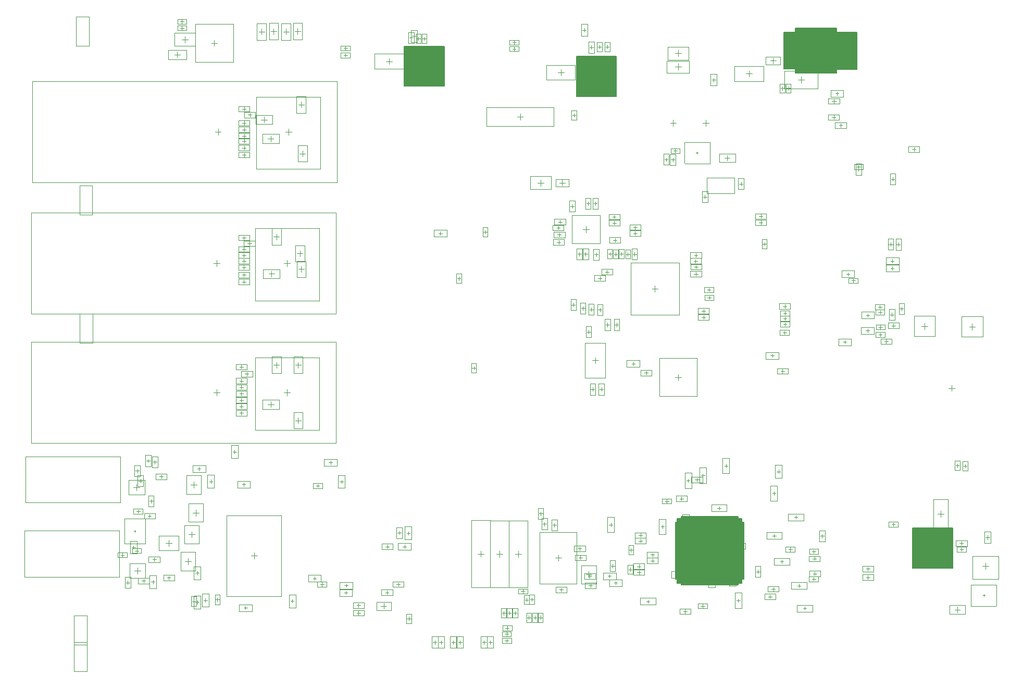
<source format=gbr>
G04*
G04 #@! TF.GenerationSoftware,Altium Limited,Altium Designer,23.7.1 (13)*
G04*
G04 Layer_Color=32768*
%FSLAX25Y25*%
%MOIN*%
G70*
G04*
G04 #@! TF.SameCoordinates,27D51526-8311-448D-B6E4-34D2AC34C314*
G04*
G04*
G04 #@! TF.FilePolarity,Positive*
G04*
G01*
G75*
%ADD12C,0.00400*%
%ADD15C,0.00600*%
%ADD16C,0.00394*%
%ADD355C,0.00197*%
G36*
X364051Y-342792D02*
X361587D01*
Y-340328D01*
X360387D01*
Y-303855D01*
X361587D01*
Y-301392D01*
X364051D01*
Y-300192D01*
X400524D01*
Y-301392D01*
X402987D01*
Y-303855D01*
X404187D01*
Y-340328D01*
X402987D01*
Y-342792D01*
X400524D01*
Y-343992D01*
X364051D01*
Y-342792D01*
D02*
G37*
G36*
X537816Y-328450D02*
Y-333301D01*
X532965D01*
D01*
X517067D01*
D01*
X512216D01*
Y-328450D01*
D01*
Y-312552D01*
D01*
Y-307701D01*
X517067D01*
D01*
X532965D01*
D01*
X537816D01*
Y-312552D01*
D01*
Y-328450D01*
D01*
D02*
G37*
G36*
X207693Y582D02*
X212544D01*
Y-4269D01*
D01*
Y-20167D01*
D01*
Y-25018D01*
X207693D01*
D01*
X191795D01*
D01*
X186944D01*
Y-20167D01*
D01*
Y-4269D01*
D01*
Y582D01*
X191795D01*
D01*
X207693D01*
D01*
D02*
G37*
G36*
X317801Y-5847D02*
X322652D01*
Y-10697D01*
D01*
Y-26596D01*
D01*
Y-31447D01*
X317801D01*
D01*
X301903D01*
D01*
X297052D01*
Y-26596D01*
D01*
Y-10697D01*
D01*
Y-5847D01*
X301903D01*
D01*
X317801D01*
D01*
D02*
G37*
G36*
X463530Y-16438D02*
X437130D01*
Y-13988D01*
X430030D01*
Y9512D01*
X437130D01*
Y11962D01*
X463530D01*
Y9612D01*
X476530D01*
Y-14088D01*
X463530D01*
Y-16438D01*
D02*
G37*
D12*
X549664Y-357475D02*
X565664D01*
X549762Y-343930D02*
X565904D01*
X366382Y-74398D02*
X382382D01*
X366142Y-60852D02*
X382283D01*
X154112Y-363649D02*
Y-360106D01*
X161198Y-363649D02*
Y-360106D01*
X154112D02*
X161198D01*
X154112Y-363649D02*
X161198D01*
X156474Y-361877D02*
X158836D01*
X157655Y-363059D02*
Y-360696D01*
X21283Y-317628D02*
Y-301628D01*
X7738Y-317530D02*
Y-301388D01*
X427704Y-11226D02*
Y-6108D01*
X418255Y-11226D02*
Y-6108D01*
Y-11226D02*
X427704D01*
X418255Y-6108D02*
X427704D01*
X421110Y-8667D02*
X424850D01*
X422980Y-10537D02*
Y-6797D01*
X362078Y-14629D02*
Y-10692D01*
X360109Y-12661D02*
X364047D01*
X354991Y-16598D02*
X369165D01*
X354991Y-8724D02*
X369165D01*
X354991Y-16598D02*
Y-8724D01*
X369165Y-16598D02*
Y-8724D01*
X178515Y-360058D02*
Y-354940D01*
X169067Y-360058D02*
Y-354940D01*
Y-360058D02*
X178515D01*
X169067Y-354940D02*
X178515D01*
X171921Y-357499D02*
X175661D01*
X173791Y-359369D02*
Y-355629D01*
X240760Y-380600D02*
X243122D01*
X241941Y-381781D02*
Y-379419D01*
X239972Y-384340D02*
Y-376860D01*
X243910Y-384340D02*
Y-376860D01*
X239972D02*
X243910D01*
X239972Y-384340D02*
X243910D01*
X236760Y-380600D02*
X239122D01*
X237941Y-381781D02*
Y-379419D01*
X235972Y-384340D02*
Y-376860D01*
X239910Y-384340D02*
Y-376860D01*
X235972D02*
X239910D01*
X235972Y-384340D02*
X239910D01*
X221460Y-380600D02*
X223822D01*
X222641Y-381781D02*
Y-379419D01*
X220672Y-384340D02*
Y-376860D01*
X224609Y-384340D02*
Y-376860D01*
X220672D02*
X224609D01*
X220672Y-384340D02*
X224609D01*
X216372D02*
X220309D01*
X216372Y-376860D02*
X220309D01*
Y-384340D02*
Y-376860D01*
X216372Y-384340D02*
Y-376860D01*
X218341Y-381781D02*
Y-379419D01*
X217160Y-380600D02*
X219522D01*
X209260D02*
X211622D01*
X210441Y-381781D02*
Y-379419D01*
X208472Y-384340D02*
Y-376860D01*
X212409Y-384340D02*
Y-376860D01*
X208472D02*
X212409D01*
X208472Y-384340D02*
X212409D01*
X204472D02*
X208410D01*
X204472Y-376860D02*
X208410D01*
Y-384340D02*
Y-376860D01*
X204472Y-384340D02*
Y-376860D01*
X206441Y-381781D02*
Y-379419D01*
X205260Y-380600D02*
X207622D01*
X154112Y-358769D02*
Y-355226D01*
X161198Y-358769D02*
Y-355226D01*
X154112D02*
X161198D01*
X154112Y-358769D02*
X161198D01*
X156474Y-356998D02*
X158836D01*
X157655Y-358179D02*
Y-355817D01*
D15*
X361587Y-342792D02*
X364051D01*
Y-343992D02*
Y-342792D01*
Y-343992D02*
X400524D01*
Y-342792D01*
X402987D01*
Y-340328D01*
X404187D01*
Y-303855D01*
X402987D02*
X404187D01*
X402987D02*
Y-301392D01*
X400524D02*
X402987D01*
X400524D02*
Y-300192D01*
X364051D02*
X400524D01*
X364051Y-301392D02*
Y-300192D01*
X361587Y-301392D02*
X364051D01*
X361587Y-303855D02*
Y-301392D01*
X360387Y-303855D02*
X361587D01*
X360387Y-340328D02*
Y-303855D01*
Y-340328D02*
X361587D01*
Y-342792D02*
Y-340328D01*
X537816Y-333301D02*
Y-328450D01*
Y-312552D01*
Y-307701D01*
X532965D02*
X537816D01*
X517067D02*
X532965D01*
X512216D02*
X517067D01*
X512216Y-312552D02*
Y-307701D01*
Y-328450D02*
Y-312552D01*
Y-333301D02*
Y-328450D01*
Y-333301D02*
X517067D01*
X532965D01*
X537816D01*
X322652Y-10697D02*
Y-5847D01*
Y-26596D02*
Y-10697D01*
Y-31447D02*
Y-26596D01*
X317801Y-31447D02*
X322652D01*
X301903D02*
X317801D01*
X297052D02*
X301903D01*
X297052D02*
Y-26596D01*
Y-10697D01*
Y-5847D01*
X301903D01*
X317801D01*
X322652D01*
X437130Y-16438D02*
X463530D01*
X437130D02*
Y-13988D01*
X430030D02*
X437130D01*
X430030D02*
Y9512D01*
X437130D01*
Y11962D01*
X463530D01*
Y9612D02*
Y11962D01*
Y9612D02*
X476530D01*
Y-14088D02*
Y9612D01*
X463530Y-14088D02*
X476530D01*
X463530Y-16438D02*
Y-14088D01*
X212544Y-4269D02*
Y582D01*
Y-20167D02*
Y-4269D01*
Y-25018D02*
Y-20167D01*
X207693Y-25018D02*
X212544D01*
X191795D02*
X207693D01*
X186944D02*
X191795D01*
X186944D02*
Y-20167D01*
Y-4269D01*
Y582D01*
X191795D01*
X207693D01*
X212544D01*
D16*
X374198Y-277868D02*
Y-275506D01*
X373016Y-276687D02*
X375379D01*
X209986Y-120215D02*
Y-118050D01*
X208903Y-119133D02*
X211069D01*
X425310Y-271437D02*
X427475D01*
X426392Y-272520D02*
Y-270355D01*
X401612Y-320295D02*
Y-317933D01*
X400431Y-319114D02*
X402793D01*
X422455Y-198309D02*
Y-196144D01*
X421373Y-197226D02*
X423538D01*
X251347Y-379480D02*
X253512D01*
X252429Y-380562D02*
Y-378397D01*
X274048Y-365847D02*
Y-363682D01*
X272965Y-364765D02*
X275131D01*
X257923Y-363001D02*
Y-360836D01*
X256840Y-361919D02*
X259006D01*
X268610Y-354373D02*
Y-352208D01*
X267527Y-353291D02*
X269693D01*
X251306Y-375323D02*
X253471D01*
X252389Y-376406D02*
Y-374240D01*
X270478Y-365847D02*
Y-363682D01*
X269396Y-364765D02*
X271561D01*
X254258Y-362993D02*
Y-360828D01*
X253176Y-361910D02*
X255341D01*
X265245Y-354472D02*
Y-352306D01*
X264163Y-353389D02*
X266328D01*
X262817Y-349201D02*
Y-346839D01*
X261636Y-348020D02*
X263998D01*
X265479Y-364765D02*
X267841D01*
X266660Y-365946D02*
Y-363584D01*
X252782Y-372697D02*
Y-370335D01*
X251601Y-371516D02*
X253963D01*
X249409Y-361910D02*
X251772D01*
X250590Y-363091D02*
Y-360729D01*
X412055Y-335419D02*
X414417D01*
X413236Y-336600D02*
Y-334238D01*
X306064Y-345480D02*
Y-343118D01*
X304883Y-344299D02*
X307245D01*
X305670Y-339553D02*
Y-337191D01*
X304489Y-338372D02*
X306851D01*
X287292Y-348217D02*
Y-345855D01*
X286111Y-347036D02*
X288473D01*
X275441Y-304921D02*
X277803D01*
X276622Y-306102D02*
Y-303740D01*
X281819Y-305654D02*
X284181D01*
X283000Y-306835D02*
Y-304472D01*
X283531Y-326698D02*
X287469D01*
X285500Y-328667D02*
Y-324730D01*
X376683Y-357390D02*
X379046D01*
X377865Y-358571D02*
Y-356209D01*
X380999Y-160236D02*
X383164D01*
X382081Y-161319D02*
Y-159153D01*
X380795Y-155207D02*
X382961D01*
X381878Y-156290D02*
Y-154124D01*
X433985Y-322408D02*
Y-320046D01*
X432804Y-321227D02*
X435166D01*
X330844Y-321603D02*
X333206D01*
X332025Y-322784D02*
Y-320422D01*
X428543Y-330066D02*
Y-327901D01*
X427461Y-328983D02*
X429626D01*
X423622Y-331149D02*
X433465D01*
X423622Y-326818D02*
X433465D01*
X423622Y-331149D02*
Y-326818D01*
X433465Y-331149D02*
Y-326818D01*
X439575Y-345499D02*
Y-343334D01*
X438493Y-344417D02*
X440658D01*
X434654Y-346582D02*
X444497D01*
X434654Y-342251D02*
X444497D01*
X434654Y-346582D02*
Y-342251D01*
X444497Y-346582D02*
Y-342251D01*
X443138Y-360009D02*
Y-357843D01*
X442055Y-358926D02*
X444221D01*
X438217Y-361091D02*
X448059D01*
X438217Y-356761D02*
X448059D01*
X438217Y-361091D02*
Y-356761D01*
X448059Y-361091D02*
Y-356761D01*
X399625Y-353904D02*
X401790D01*
X400707Y-354987D02*
Y-352821D01*
X402873Y-358825D02*
Y-348983D01*
X398542Y-358825D02*
Y-348983D01*
Y-358825D02*
X402873D01*
X398542Y-348983D02*
X402873D01*
X437568Y-301678D02*
Y-299513D01*
X436486Y-300596D02*
X438651D01*
X432647Y-302761D02*
X442490D01*
X432647Y-298430D02*
X442490D01*
X432647Y-302761D02*
Y-298430D01*
X442490Y-302761D02*
Y-298430D01*
X423703Y-313575D02*
Y-311409D01*
X422620Y-312492D02*
X424786D01*
X418782Y-314657D02*
X428624D01*
X418782Y-310327D02*
X428624D01*
X418782Y-314657D02*
Y-310327D01*
X428624Y-314657D02*
Y-310327D01*
X391724Y-267796D02*
X393889D01*
X392807Y-268879D02*
Y-266714D01*
X394972Y-272717D02*
Y-262875D01*
X390641Y-272717D02*
Y-262875D01*
Y-272717D02*
X394972D01*
X390641Y-262875D02*
X394972D01*
X422455Y-285358D02*
X424620D01*
X423538Y-286441D02*
Y-284275D01*
X425703Y-290279D02*
Y-280437D01*
X421373Y-290279D02*
Y-280437D01*
Y-290279D02*
X425703D01*
X421373Y-280437D02*
X425703D01*
X388409Y-295893D02*
Y-293728D01*
X387326Y-294810D02*
X389492D01*
X383488Y-296976D02*
X393330D01*
X383488Y-292645D02*
X393330D01*
X383488Y-296976D02*
Y-292645D01*
X393330Y-296976D02*
Y-292645D01*
X382738Y-340780D02*
X384904D01*
X383821Y-341863D02*
Y-339697D01*
X385986Y-345701D02*
Y-335859D01*
X381656Y-345701D02*
Y-335859D01*
Y-345701D02*
X385986D01*
X381656Y-335859D02*
X385986D01*
X376910Y-273845D02*
X379076D01*
X377993Y-274928D02*
Y-272762D01*
X380158Y-278766D02*
Y-268924D01*
X375828Y-278766D02*
Y-268924D01*
Y-278766D02*
X380158D01*
X375828Y-268924D02*
X380158D01*
X396049Y-339792D02*
X398214D01*
X397131Y-340875D02*
Y-338709D01*
X399297Y-344713D02*
Y-334871D01*
X394966Y-344713D02*
Y-334871D01*
Y-344713D02*
X399297D01*
X394966Y-334871D02*
X399297D01*
X366086Y-303888D02*
X368251D01*
X367169Y-304971D02*
Y-302805D01*
X365003Y-308809D02*
Y-298967D01*
X369334Y-308809D02*
Y-298967D01*
X365003D02*
X369334D01*
X365003Y-308809D02*
X369334D01*
X351086Y-306687D02*
X353252D01*
X352169Y-307770D02*
Y-305604D01*
X350004Y-311608D02*
Y-301766D01*
X354334Y-311608D02*
Y-301766D01*
X350004D02*
X354334D01*
X350004Y-311608D02*
X354334D01*
X342912Y-355554D02*
Y-353389D01*
X341829Y-354472D02*
X343995D01*
X337991Y-352306D02*
X347833D01*
X337991Y-356637D02*
X347833D01*
Y-352306D01*
X337991Y-356637D02*
Y-352306D01*
X367464Y-277274D02*
X369630D01*
X368547Y-278357D02*
Y-276192D01*
X370712Y-282195D02*
Y-272353D01*
X366382Y-282195D02*
Y-272353D01*
Y-282195D02*
X370712D01*
X366382Y-272353D02*
X370712D01*
X362952Y-338442D02*
Y-336277D01*
X361869Y-337359D02*
X364035D01*
X358031Y-335194D02*
X367873D01*
X358031Y-339525D02*
X367873D01*
Y-335194D01*
X358031Y-339525D02*
Y-335194D01*
X417381Y-127050D02*
Y-124885D01*
X416298Y-125968D02*
X418463D01*
X221826Y-149055D02*
Y-146889D01*
X220744Y-147972D02*
X222909D01*
X231455Y-206225D02*
Y-204060D01*
X230373Y-205143D02*
X232538D01*
X238720Y-119329D02*
Y-117163D01*
X237637Y-118246D02*
X239802D01*
X413981Y-108174D02*
X416343D01*
X415162Y-109355D02*
Y-106993D01*
X413981Y-112211D02*
X416343D01*
X415162Y-113392D02*
Y-111030D01*
X336862Y-312194D02*
X339224D01*
X338043Y-313375D02*
Y-311013D01*
X336862Y-315808D02*
X339224D01*
X338043Y-316989D02*
Y-314627D01*
X344614Y-324716D02*
X346976D01*
X345795Y-325897D02*
Y-323535D01*
X344614Y-328483D02*
X346976D01*
X345795Y-329664D02*
Y-327302D01*
X556989Y-331901D02*
X560926D01*
X558957Y-333869D02*
Y-329932D01*
X539080Y-359773D02*
X542623D01*
X540852Y-361545D02*
Y-358002D01*
X565904Y-357315D02*
Y-343930D01*
X549664Y-357475D02*
Y-343977D01*
X557144Y-350623D02*
X558424D01*
X557833Y-351213D02*
Y-350032D01*
X454357Y-313830D02*
Y-311468D01*
X453176Y-312649D02*
X455538D01*
X482412Y-339075D02*
X484774D01*
X483593Y-340256D02*
Y-337894D01*
X482472Y-333622D02*
X484834D01*
X483653Y-334803D02*
Y-332441D01*
X448489Y-336768D02*
X450851D01*
X449670Y-337949D02*
Y-335587D01*
X448301Y-327174D02*
X450663D01*
X449482Y-328355D02*
Y-325992D01*
X321125Y-342673D02*
X323290D01*
X322207Y-343755D02*
Y-341590D01*
X316893Y-300474D02*
X321223D01*
X316893Y-310316D02*
X321223D01*
Y-300474D01*
X316893Y-310316D02*
Y-300474D01*
X319058Y-306478D02*
Y-304312D01*
X317975Y-305395D02*
X320141D01*
X320239Y-333009D02*
Y-330646D01*
X319058Y-331828D02*
X321420D01*
X317188Y-338235D02*
X319353D01*
X318270Y-339317D02*
Y-337152D01*
X274228Y-299457D02*
Y-297095D01*
X273046Y-298276D02*
X275409D01*
X298467Y-326514D02*
X300829D01*
X299648Y-327695D02*
Y-325333D01*
X297988Y-320717D02*
X300350D01*
X299169Y-321898D02*
Y-319536D01*
X363118Y-288797D02*
X365480D01*
X364299Y-289978D02*
Y-287615D01*
X365406Y-360872D02*
X367768D01*
X366587Y-362053D02*
Y-359691D01*
X353787Y-290390D02*
X356149D01*
X354968Y-291571D02*
Y-289209D01*
X421898Y-346592D02*
X424261D01*
X423079Y-347774D02*
Y-345411D01*
X419819Y-351474D02*
X422181D01*
X421000Y-352656D02*
Y-350293D01*
X305030Y-339284D02*
Y-335347D01*
X303062Y-337316D02*
X306999D01*
X331500Y-335178D02*
Y-333013D01*
X330417Y-334096D02*
X332583D01*
X335968Y-335930D02*
X338331D01*
X337150Y-337111D02*
Y-334749D01*
X335968Y-332092D02*
X338331D01*
X337150Y-333273D02*
Y-330911D01*
X189872Y-366677D02*
Y-364315D01*
X188691Y-365496D02*
X191053D01*
X14281Y-334891D02*
X18218D01*
X16250Y-336859D02*
Y-332922D01*
X22991Y-265616D02*
Y-263451D01*
X21908Y-264533D02*
X24073D01*
X27358Y-266535D02*
Y-264173D01*
X26177Y-265354D02*
X28539D01*
X16066Y-272149D02*
Y-269787D01*
X14885Y-270968D02*
X17247D01*
X16644Y-298034D02*
Y-295869D01*
X15561Y-296951D02*
X17726D01*
X354545Y-72886D02*
Y-70720D01*
X353462Y-71803D02*
X355627D01*
X358766Y-73136D02*
Y-70774D01*
X357585Y-71955D02*
X359947D01*
X360341Y-67452D02*
Y-65287D01*
X359258Y-66369D02*
X361423D01*
X366142Y-74238D02*
Y-60852D01*
X382382Y-74398D02*
Y-60900D01*
X373622Y-67545D02*
X374902D01*
X374213Y-68136D02*
Y-66955D01*
X449012Y-323659D02*
Y-321494D01*
X447929Y-322576D02*
X450094D01*
X448981Y-341346D02*
Y-339180D01*
X447898Y-340263D02*
X450064D01*
X15740Y-323176D02*
Y-321011D01*
X14657Y-322094D02*
X16823D01*
X9944Y-343663D02*
Y-341301D01*
X8762Y-342482D02*
X11125D01*
X19008Y-341301D02*
X21370D01*
X20189Y-342482D02*
Y-340120D01*
X35204Y-339335D02*
X37369D01*
X36287Y-340418D02*
Y-338253D01*
X362247Y-213073D02*
Y-209136D01*
X360279Y-211105D02*
X364216D01*
X347370Y-156537D02*
Y-152600D01*
X345401Y-154568D02*
X349338D01*
X34260Y-317191D02*
X38197D01*
X36229Y-319160D02*
Y-315223D01*
X66929Y-140266D02*
Y-136329D01*
X64961Y-138297D02*
X68898D01*
X67716Y-56132D02*
Y-52195D01*
X65748Y-54163D02*
X69685D01*
X295187Y-165986D02*
Y-163623D01*
X294006Y-164805D02*
X296368D01*
X301230Y-168151D02*
Y-165789D01*
X300049Y-166970D02*
X302411D01*
X306563Y-168938D02*
Y-166576D01*
X305382Y-167757D02*
X307744D01*
X310989Y-147748D02*
X313154D01*
X312072Y-148831D02*
Y-146665D01*
X372231Y-136806D02*
X374397D01*
X373314Y-137888D02*
Y-135723D01*
X372432Y-133099D02*
X374597D01*
X373515Y-134182D02*
Y-132017D01*
X334228Y-133591D02*
Y-131229D01*
X333047Y-132410D02*
X335409D01*
X315448Y-143744D02*
X317810D01*
X316629Y-144925D02*
Y-142562D01*
X328916Y-132410D02*
X331082D01*
X329999Y-133493D02*
Y-131327D01*
X317384Y-132283D02*
X319549D01*
X318466Y-133366D02*
Y-131201D01*
X324829Y-132252D02*
X326994D01*
X325911Y-133335D02*
Y-131170D01*
X321082Y-132410D02*
X323247D01*
X322165Y-133493D02*
Y-131327D01*
X307492Y-220038D02*
Y-217676D01*
X306311Y-218857D02*
X308673D01*
X313093Y-220038D02*
Y-217676D01*
X311912Y-218857D02*
X314274D01*
X304933Y-183272D02*
Y-180910D01*
X303752Y-182091D02*
X306114D01*
X309202Y-202350D02*
Y-198413D01*
X307234Y-200382D02*
X311171D01*
X372564Y-140494D02*
X374729D01*
X373647Y-141576D02*
Y-139411D01*
X372375Y-145076D02*
X374737D01*
X373556Y-146257D02*
Y-143895D01*
X322837Y-178729D02*
Y-176367D01*
X321656Y-177548D02*
X324019D01*
X316984Y-178730D02*
Y-176367D01*
X315803Y-177549D02*
X318165D01*
X377206Y-168763D02*
X379568D01*
X378387Y-169944D02*
Y-167582D01*
X377206Y-172725D02*
X379568D01*
X378387Y-173906D02*
Y-171544D01*
X175032Y-319438D02*
X177198D01*
X176115Y-320520D02*
Y-318355D01*
X181994Y-343526D02*
X184159D01*
X183077Y-344609D02*
Y-342443D01*
X183783Y-311680D02*
Y-309514D01*
X182700Y-310597D02*
X184865D01*
X174786Y-348725D02*
X176951D01*
X175869Y-349808D02*
Y-347642D01*
X189528Y-311909D02*
Y-309744D01*
X188445Y-310827D02*
X190610D01*
X186030Y-319438D02*
X188195D01*
X187112Y-320520D02*
Y-318355D01*
X15660Y-283465D02*
Y-279528D01*
X13691Y-281496D02*
X17628D01*
X312174Y-169126D02*
Y-166764D01*
X310993Y-167945D02*
X313355D01*
X499926Y-179247D02*
Y-176885D01*
X498745Y-178066D02*
X501107D01*
X494147Y-188218D02*
X496509D01*
X495328Y-189399D02*
Y-187037D01*
X505158Y-168532D02*
Y-166170D01*
X503977Y-167351D02*
X506339D01*
X497802Y-171076D02*
X500164D01*
X498983Y-172257D02*
Y-169895D01*
X490486Y-183950D02*
X492652D01*
X491569Y-185033D02*
Y-182867D01*
X490615Y-179079D02*
X492780D01*
X491697Y-180162D02*
Y-177997D01*
X490301Y-169626D02*
X492466D01*
X491384Y-170708D02*
Y-168543D01*
X490244Y-166173D02*
X492410D01*
X491327Y-167255D02*
Y-165090D01*
X477662Y-79366D02*
Y-77004D01*
X476480Y-78185D02*
X478843D01*
X548386Y-178810D02*
X552323D01*
X550354Y-180779D02*
Y-176842D01*
X517798Y-178499D02*
X521735D01*
X519766Y-180468D02*
Y-176531D01*
X59643Y-354903D02*
Y-352541D01*
X58461Y-353722D02*
X60824D01*
X54465Y-356198D02*
Y-353835D01*
X53284Y-355016D02*
X55646D01*
X407574Y-19000D02*
Y-15063D01*
X405606Y-17031D02*
X409543D01*
X477662Y-77595D02*
Y-75429D01*
X476579Y-76512D02*
X478744D01*
X-24472Y-399207D02*
X-16205D01*
Y-380506D01*
X-24472D02*
X-16205D01*
X-24472Y-399207D02*
Y-380506D01*
Y-382087D02*
X-16205D01*
Y-363386D01*
X-24472D02*
X-16205D01*
X-24472Y-382087D02*
Y-363386D01*
X84330Y-137938D02*
Y-135576D01*
X83149Y-136757D02*
X85511D01*
X81457Y-225723D02*
X83819D01*
X82638Y-226905D02*
Y-224542D01*
X112008Y-140266D02*
Y-136329D01*
X110039Y-138297D02*
X113976D01*
X117170Y-238728D02*
X120910D01*
X119040Y-240598D02*
Y-236858D01*
X66929Y-222968D02*
Y-219030D01*
X64961Y-220999D02*
X68898D01*
X461889Y-35783D02*
Y-33421D01*
X460708Y-34602D02*
X463070D01*
X294396Y-43623D02*
X296561D01*
X295479Y-44706D02*
Y-42540D01*
X499816Y-306369D02*
Y-304203D01*
X498733Y-305286D02*
X500898D01*
X53297Y-336337D02*
X55659D01*
X54478Y-337519D02*
Y-335156D01*
X114155Y-354281D02*
X116321D01*
X115238Y-355363D02*
Y-353198D01*
X498491Y-84442D02*
X500657D01*
X499574Y-85524D02*
Y-83359D01*
X513085Y-66466D02*
Y-64104D01*
X511904Y-65285D02*
X514266D01*
X55591Y-270768D02*
Y-268602D01*
X54508Y-269685D02*
X56674D01*
X77242Y-258782D02*
X79407D01*
X78325Y-259864D02*
Y-257699D01*
X62105Y-277799D02*
X64270D01*
X63187Y-278881D02*
Y-276716D01*
X26084Y-343062D02*
Y-340896D01*
X25002Y-341979D02*
X27167D01*
X25718Y-327715D02*
X28080D01*
X26899Y-328897D02*
Y-326534D01*
X13704Y-320984D02*
Y-318818D01*
X12621Y-319901D02*
X14786D01*
X5455Y-324758D02*
X7621D01*
X6538Y-325841D02*
Y-323675D01*
X22844Y-299918D02*
X25010D01*
X23927Y-301000D02*
Y-298835D01*
X16888Y-277405D02*
X19250D01*
X18069Y-278586D02*
Y-276224D01*
X23722Y-290316D02*
X26084D01*
X24903Y-291497D02*
Y-289135D01*
X134252Y-344718D02*
Y-342356D01*
X133071Y-343537D02*
X135433D01*
X128430Y-339787D02*
X130595D01*
X129513Y-340869D02*
Y-338704D01*
X148698Y-344260D02*
X150864D01*
X149781Y-345343D02*
Y-343178D01*
X149530Y-350034D02*
Y-347869D01*
X148447Y-348952D02*
X150613D01*
X31497Y-275840D02*
Y-273478D01*
X30316Y-274659D02*
X32678D01*
X51054Y-354392D02*
X53219D01*
X52137Y-355474D02*
Y-353309D01*
X67323Y-354416D02*
Y-352250D01*
X66240Y-353333D02*
X68405D01*
X83149Y-129202D02*
X85511D01*
X84330Y-130384D02*
Y-128021D01*
X83149Y-121927D02*
X85511D01*
X84330Y-123108D02*
Y-120746D01*
X86704Y-125519D02*
X89067D01*
X87886Y-126700D02*
Y-124338D01*
X83149Y-145634D02*
X85511D01*
X84330Y-146815D02*
Y-144453D01*
X83149Y-150133D02*
X85511D01*
X84330Y-151314D02*
Y-148952D01*
Y-142038D02*
Y-139675D01*
X83149Y-140857D02*
X85511D01*
X83149Y-133134D02*
X85511D01*
X84330Y-134315D02*
Y-131953D01*
X48571Y-330812D02*
Y-326875D01*
X46603Y-328843D02*
X50540D01*
X52153Y-281816D02*
Y-277879D01*
X50185Y-279848D02*
X54122D01*
X50775Y-313680D02*
Y-309743D01*
X48807Y-311711D02*
X52744D01*
X53531Y-299750D02*
Y-295813D01*
X51562Y-297782D02*
X55499D01*
X138659Y-265656D02*
X140824D01*
X139742Y-266739D02*
Y-264574D01*
X146755Y-278979D02*
Y-276814D01*
X145673Y-277897D02*
X147838D01*
X83147Y-279636D02*
X85312D01*
X84229Y-280718D02*
Y-278553D01*
X84225Y-358589D02*
X86391D01*
X85308Y-359672D02*
Y-357507D01*
X7738Y-301388D02*
X21124D01*
X7785Y-317628D02*
X21283D01*
X14431Y-310148D02*
Y-308868D01*
X13840Y-309459D02*
X15021D01*
X99705Y-228454D02*
X103445D01*
X101575Y-230324D02*
Y-226584D01*
X105097Y-205192D02*
Y-201452D01*
X103227Y-203322D02*
X106967D01*
X82638Y-218695D02*
Y-216333D01*
X81457Y-217514D02*
X83819D01*
X82638Y-205684D02*
Y-203322D01*
X81457Y-204503D02*
X83819D01*
X117170Y-203322D02*
X120910D01*
X119040Y-205192D02*
Y-201452D01*
X82638Y-230975D02*
Y-228612D01*
X81457Y-229794D02*
X83819D01*
X82638Y-235151D02*
Y-232789D01*
X81457Y-233970D02*
X83819D01*
X84994Y-209039D02*
X87356D01*
X86175Y-210220D02*
Y-207857D01*
X82638Y-214597D02*
Y-212235D01*
X81457Y-213416D02*
X83819D01*
X82638Y-222819D02*
Y-220457D01*
X81457Y-221638D02*
X83819D01*
X391831Y-70844D02*
X395374D01*
X393602Y-72616D02*
Y-69073D01*
X378150Y-95768D02*
X380512D01*
X379331Y-96949D02*
Y-94586D01*
X401279Y-87491D02*
X403642D01*
X402461Y-88672D02*
Y-86310D01*
X121796Y-69928D02*
Y-66188D01*
X119926Y-68058D02*
X123666D01*
X119079Y-36742D02*
X122819D01*
X120949Y-38612D02*
Y-34872D01*
X83268Y-68927D02*
X85630D01*
X84449Y-70108D02*
Y-67746D01*
X83268Y-56722D02*
X85630D01*
X84449Y-57904D02*
Y-55541D01*
X88070Y-44508D02*
Y-42146D01*
X86889Y-43327D02*
X89251D01*
X83268Y-64451D02*
X85630D01*
X84449Y-65632D02*
Y-63270D01*
X84449Y-61269D02*
Y-58907D01*
X83268Y-60088D02*
X85630D01*
X83268Y-39508D02*
X85630D01*
X84449Y-40689D02*
Y-38327D01*
X83268Y-52734D02*
X85630D01*
X84449Y-53915D02*
Y-51553D01*
X120162Y-133912D02*
Y-130171D01*
X118292Y-132041D02*
X122032D01*
X84449Y-49740D02*
Y-47378D01*
X83268Y-48559D02*
X85630D01*
X121008Y-143908D02*
Y-140168D01*
X119138Y-142038D02*
X122878D01*
X44695Y11184D02*
Y13349D01*
X43613Y12267D02*
X45778D01*
X105097Y-123203D02*
Y-119463D01*
X103227Y-121333D02*
X106967D01*
X100061Y-145035D02*
X103801D01*
X101931Y-146905D02*
Y-143165D01*
X97178Y-48279D02*
Y-44539D01*
X95308Y-46409D02*
X99048D01*
X99616Y-58588D02*
X103356D01*
X101486Y-60458D02*
Y-56718D01*
X286129Y-86846D02*
X289869D01*
X287999Y-88716D02*
Y-84976D01*
X274076Y-88815D02*
Y-84878D01*
X272108Y-86846D02*
X276045D01*
X285787Y-125982D02*
Y-123620D01*
X284606Y-124801D02*
X286968D01*
X286180Y-121188D02*
Y-118825D01*
X284999Y-120007D02*
X287362D01*
X301763Y-132283D02*
X304125D01*
X302944Y-133465D02*
Y-131102D01*
X297842Y-132283D02*
X300204D01*
X299023Y-133465D02*
Y-131102D01*
X321771Y-124601D02*
Y-122239D01*
X320590Y-123420D02*
X322952D01*
X308534Y-132677D02*
X310896D01*
X309715Y-133858D02*
Y-131496D01*
X334622Y-116437D02*
Y-114075D01*
X333441Y-115256D02*
X335803D01*
X334622Y-120260D02*
Y-117898D01*
X333441Y-119079D02*
X335803D01*
X321252Y-109688D02*
Y-107522D01*
X320169Y-108605D02*
X322335D01*
X293204Y-101772D02*
X295566D01*
X294385Y-102953D02*
Y-100591D01*
X286574Y-112987D02*
Y-110625D01*
X285393Y-111806D02*
X287755D01*
X285491Y-116638D02*
Y-114473D01*
X284409Y-115556D02*
X286574D01*
X308119Y-100000D02*
X310285D01*
X309202Y-101083D02*
Y-98917D01*
X304537Y-101083D02*
Y-98917D01*
X303454Y-100000D02*
X305620D01*
X321252Y-113583D02*
Y-111221D01*
X320071Y-112402D02*
X322433D01*
X303258Y-118504D02*
Y-114567D01*
X301289Y-116535D02*
X305226D01*
X109433Y9871D02*
X113174D01*
X111303Y8001D02*
Y11741D01*
X101476Y10003D02*
X105217D01*
X103347Y8133D02*
Y11873D01*
X93784Y9871D02*
X97524D01*
X95654Y8001D02*
Y11741D01*
X118685Y8218D02*
Y11958D01*
X116815Y10088D02*
X120555D01*
X112008Y-222968D02*
Y-219030D01*
X110039Y-220999D02*
X113976D01*
X341774Y-209561D02*
Y-207199D01*
X340593Y-208380D02*
X342955D01*
X498199Y-136773D02*
X500365D01*
X499282Y-137856D02*
Y-135690D01*
X497039Y-126098D02*
X499402D01*
X498220Y-127279D02*
Y-124917D01*
X501996Y-126203D02*
X504358D01*
X503177Y-127384D02*
Y-125022D01*
X528166Y-298454D02*
X532103D01*
X530134Y-300422D02*
Y-296485D01*
X543520Y-322234D02*
Y-320068D01*
X542437Y-321151D02*
X544603D01*
X542339Y-317351D02*
X544701D01*
X543520Y-318532D02*
Y-316170D01*
X545882Y-268898D02*
Y-266733D01*
X544800Y-267815D02*
X546965D01*
X539800Y-267654D02*
X541965D01*
X540882Y-268737D02*
Y-266571D01*
X560217Y-314733D02*
Y-312370D01*
X559036Y-313552D02*
X561398D01*
X315719Y202D02*
X317884D01*
X316801Y-881D02*
Y1285D01*
X310775Y202D02*
X312941D01*
X311858Y-881D02*
Y1285D01*
X306702Y-1373D02*
Y990D01*
X305521Y-192D02*
X307884D01*
X285138Y-16147D02*
X289075D01*
X287106Y-18115D02*
Y-14178D01*
X257281Y-2198D02*
Y-33D01*
X256198Y-1115D02*
X258364D01*
X257281Y1924D02*
Y4090D01*
X256198Y3007D02*
X258364D01*
X300907Y10881D02*
X303269D01*
X302088Y9700D02*
Y12062D01*
X148241Y-673D02*
X150406D01*
X149323Y-1756D02*
Y409D01*
Y-6268D02*
Y-4102D01*
X148241Y-5185D02*
X150406D01*
X193163Y5771D02*
Y8133D01*
X191982Y6952D02*
X194344D01*
X431681Y-26371D02*
X433846D01*
X432763Y-27454D02*
Y-25289D01*
X427803Y-26371D02*
X429968D01*
X428885Y-27454D02*
Y-25289D01*
X383717Y-20963D02*
X386080D01*
X384898Y-22144D02*
Y-19782D01*
X362183Y-5904D02*
Y-1967D01*
X360215Y-3936D02*
X364152D01*
X429206Y-165735D02*
X431568D01*
X430387Y-166916D02*
Y-164554D01*
X429212Y-182542D02*
X431377D01*
X430295Y-183624D02*
Y-181459D01*
X429451Y-170168D02*
X431616D01*
X430533Y-171251D02*
Y-169085D01*
Y-174657D02*
Y-172492D01*
X429451Y-173575D02*
X431616D01*
X430533Y-178354D02*
Y-176188D01*
X429451Y-177271D02*
X431616D01*
X461791Y-46019D02*
Y-43657D01*
X460610Y-44838D02*
X462972D01*
X-23176Y818D02*
Y19519D01*
X-14908D01*
Y818D02*
Y19519D01*
X-23176Y818D02*
X-14908D01*
X190115Y6066D02*
X192477D01*
X191296Y4885D02*
Y7247D01*
X359022Y-50551D02*
Y-46614D01*
X357054Y-48582D02*
X360991D01*
X379898Y-50560D02*
Y-46623D01*
X377930Y-48591D02*
X381867D01*
X46467Y2916D02*
Y6853D01*
X44499Y4885D02*
X48436D01*
X39774Y-4781D02*
X43514D01*
X41644Y-6651D02*
Y-2911D01*
X65354Y633D02*
Y4570D01*
X63386Y2601D02*
X67323D01*
X440933Y-22740D02*
Y-18803D01*
X438965Y-20772D02*
X442902D01*
X44695Y11184D02*
Y13349D01*
X43613Y12267D02*
X45778D01*
X88878Y-325282D02*
X92815D01*
X90847Y-327251D02*
Y-323313D01*
X474263Y-150487D02*
Y-148125D01*
X473082Y-149306D02*
X475444D01*
X332382Y-202445D02*
X334547D01*
X333465Y-203528D02*
Y-201362D01*
X175300Y-9068D02*
X179237D01*
X177269Y-11037D02*
Y-7100D01*
X194899Y5377D02*
X197065D01*
X195982Y4294D02*
Y6459D01*
X198661Y5377D02*
X200826D01*
X199744Y4294D02*
Y6459D01*
X427854Y-207216D02*
X430217D01*
X429035Y-208398D02*
Y-206035D01*
X465131Y-49982D02*
X467296D01*
X466214Y-51065D02*
Y-48899D01*
X462775Y-29707D02*
X464940D01*
X463858Y-30790D02*
Y-28625D01*
X482371Y-181310D02*
X484536D01*
X483453Y-182393D02*
Y-180227D01*
X482434Y-171498D02*
X484599D01*
X483517Y-172580D02*
Y-170415D01*
X469783Y-145175D02*
X471949D01*
X470866Y-146257D02*
Y-144092D01*
X498199Y-141466D02*
X500365D01*
X499282Y-142549D02*
Y-140384D01*
X467821Y-188587D02*
X469987D01*
X468904Y-189670D02*
Y-187504D01*
X112795Y-56132D02*
Y-52195D01*
X110827Y-54163D02*
X114764D01*
X131562Y-281687D02*
Y-279521D01*
X130480Y-280604D02*
X132645D01*
X-20866Y-189186D02*
X-12598D01*
Y-170485D01*
X-20866D02*
X-12598D01*
X-20866Y-189186D02*
Y-170485D01*
X43613Y16302D02*
X45778D01*
X44695Y15219D02*
Y17385D01*
X-20913Y-107167D02*
Y-88466D01*
X-12645D01*
Y-107167D02*
Y-88466D01*
X-20913Y-107167D02*
X-12645D01*
D355*
X370654Y-274915D02*
X377741D01*
X370654Y-278459D02*
X377741D01*
X370654D02*
Y-274915D01*
X377741Y-278459D02*
Y-274915D01*
X205852Y-121298D02*
X214120D01*
X205852Y-116967D02*
X214120D01*
X205852Y-121298D02*
Y-116967D01*
X214120Y-121298D02*
Y-116967D01*
X428558Y-275571D02*
Y-267304D01*
X424227Y-275571D02*
Y-267304D01*
Y-275571D02*
X428558D01*
X424227Y-267304D02*
X428558D01*
X398068Y-320885D02*
X405155D01*
X398068Y-317342D02*
X405155D01*
X398068Y-320885D02*
Y-317342D01*
X405155Y-320885D02*
Y-317342D01*
X418322Y-195061D02*
X426589D01*
X418322Y-199392D02*
X426589D01*
Y-195061D01*
X418322Y-199392D02*
Y-195061D01*
X249477Y-381054D02*
Y-377905D01*
X255382Y-381054D02*
Y-377905D01*
X249477Y-381054D02*
X255382D01*
X249477Y-377905D02*
X255382D01*
X272473Y-367718D02*
X275623D01*
X272473Y-361812D02*
X275623D01*
Y-367718D02*
Y-361812D01*
X272473Y-367718D02*
Y-361812D01*
X256348Y-364872D02*
X259498D01*
X256348Y-358966D02*
X259498D01*
Y-364872D02*
Y-358966D01*
X256348Y-364872D02*
Y-358966D01*
X267035Y-356243D02*
X270185D01*
X267035Y-350338D02*
X270185D01*
Y-356243D02*
Y-350338D01*
X267035Y-356243D02*
Y-350338D01*
X249436Y-376898D02*
Y-373748D01*
X255341Y-376898D02*
Y-373748D01*
X249436Y-376898D02*
X255341D01*
X249436Y-373748D02*
X255341D01*
X268903Y-367718D02*
X272053D01*
X268903Y-361812D02*
X272053D01*
Y-367718D02*
Y-361812D01*
X268903Y-367718D02*
Y-361812D01*
X252684Y-364863D02*
X255833D01*
X252684Y-358958D02*
X255833D01*
Y-364863D02*
Y-358958D01*
X252684Y-364863D02*
Y-358958D01*
X263671Y-356342D02*
X266820D01*
X263671Y-350436D02*
X266820D01*
Y-356342D02*
Y-350436D01*
X263671Y-356342D02*
Y-350436D01*
X259864Y-346445D02*
X265770D01*
X259864Y-349595D02*
X265770D01*
Y-346445D01*
X259864Y-349595D02*
Y-346445D01*
X265086Y-367718D02*
Y-361812D01*
X268235Y-367718D02*
Y-361812D01*
X265086D02*
X268235D01*
X265086Y-367718D02*
X268235D01*
X249830Y-369941D02*
X255735D01*
X249830Y-373091D02*
X255735D01*
Y-369941D01*
X249830Y-373091D02*
Y-369941D01*
X249016Y-364863D02*
Y-358958D01*
X252165Y-364863D02*
Y-358958D01*
X249016D02*
X252165D01*
X249016Y-364863D02*
X252165D01*
X411464Y-338963D02*
Y-331876D01*
X415007Y-338963D02*
Y-331876D01*
X411464D02*
X415007D01*
X411464Y-338963D02*
X415007D01*
X247881Y-326107D02*
Y-322170D01*
X245912Y-324138D02*
X249849D01*
X241798Y-345516D02*
Y-302760D01*
X253963D01*
Y-345516D02*
Y-302760D01*
X241798Y-345516D02*
X253963D01*
X235881Y-326048D02*
Y-322111D01*
X233913Y-324079D02*
X237850D01*
X229798Y-345458D02*
Y-302702D01*
X241964D01*
Y-345458D02*
Y-302702D01*
X229798Y-345458D02*
X241964D01*
X302521Y-346071D02*
X309607D01*
X302521Y-342527D02*
X309607D01*
X302521Y-346071D02*
Y-342527D01*
X309607Y-346071D02*
Y-342527D01*
X302127Y-340144D02*
X309213D01*
X302127Y-336600D02*
X309213D01*
X302127Y-340144D02*
Y-336600D01*
X309213Y-340144D02*
Y-336600D01*
X283749Y-345264D02*
X290836D01*
X283749Y-348808D02*
X290836D01*
Y-345264D01*
X283749Y-348808D02*
Y-345264D01*
X274850Y-308465D02*
Y-301378D01*
X278394Y-308465D02*
Y-301378D01*
X274850D02*
X278394D01*
X274850Y-308465D02*
X278394D01*
X284772Y-309197D02*
Y-302110D01*
X281228Y-309197D02*
Y-302110D01*
Y-309197D02*
X284772D01*
X281228Y-302110D02*
X284772D01*
X297311Y-343234D02*
Y-310163D01*
X273689Y-343234D02*
Y-310163D01*
Y-343234D02*
X297311D01*
X273689Y-310163D02*
X297311D01*
X381014Y-358964D02*
Y-355815D01*
X374715Y-358964D02*
Y-355815D01*
X381014D01*
X374715Y-358964D02*
X381014D01*
X385034Y-161811D02*
Y-158661D01*
X379129Y-161811D02*
Y-158661D01*
Y-161811D02*
X385034D01*
X379129Y-158661D02*
X385034D01*
X384831Y-156782D02*
Y-153632D01*
X378925Y-156782D02*
Y-153632D01*
Y-156782D02*
X384831D01*
X378925Y-153632D02*
X384831D01*
X431032Y-322802D02*
X436938D01*
X431032Y-319652D02*
X436938D01*
X431032Y-322802D02*
Y-319652D01*
X436938Y-322802D02*
Y-319652D01*
X330451Y-324556D02*
Y-318650D01*
X333600Y-324556D02*
Y-318650D01*
X330451D02*
X333600D01*
X330451Y-324556D02*
X333600D01*
X415806Y-123015D02*
X418955D01*
X415806Y-128920D02*
X418955D01*
Y-123015D01*
X415806Y-128920D02*
Y-123015D01*
X220251Y-150925D02*
X223401D01*
X220251Y-145019D02*
X223401D01*
X220251Y-150925D02*
Y-145019D01*
X223401Y-150925D02*
Y-145019D01*
X229881Y-208096D02*
X233030D01*
X229881Y-202190D02*
X233030D01*
X229881Y-208096D02*
Y-202190D01*
X233030Y-208096D02*
Y-202190D01*
X237145Y-121199D02*
X240295D01*
X237145Y-115293D02*
X240295D01*
X237145Y-121199D02*
Y-115293D01*
X240295Y-121199D02*
Y-115293D01*
X418706Y-109946D02*
Y-106403D01*
X411619Y-109946D02*
Y-106403D01*
Y-109946D02*
X418706D01*
X411619Y-106403D02*
X418706D01*
Y-113982D02*
Y-110439D01*
X411619Y-113982D02*
Y-110439D01*
Y-113982D02*
X418706D01*
X411619Y-110439D02*
X418706D01*
X341586Y-313965D02*
Y-310422D01*
X334500Y-313965D02*
Y-310422D01*
Y-313965D02*
X341586D01*
X334500Y-310422D02*
X341586D01*
Y-317580D02*
Y-314036D01*
X334500Y-317580D02*
Y-314036D01*
Y-317580D02*
X341586D01*
X334500Y-314036D02*
X341586D01*
X349338Y-326488D02*
Y-322944D01*
X342252Y-326488D02*
Y-322944D01*
Y-326488D02*
X349338D01*
X342252Y-322944D02*
X349338D01*
Y-330255D02*
Y-326712D01*
X342252Y-330255D02*
Y-326712D01*
Y-330255D02*
X349338D01*
X342252Y-326712D02*
X349338D01*
X550689Y-340365D02*
X567225D01*
X550689D02*
Y-325405D01*
X567225Y-340365D02*
Y-325405D01*
X550689D02*
X567225D01*
X535734Y-362529D02*
Y-357017D01*
X545970Y-362529D02*
Y-357017D01*
X535734D02*
X545970D01*
X535734Y-362529D02*
X545970D01*
X452585Y-316193D02*
X456129D01*
X452585Y-309106D02*
X456129D01*
X452585Y-316193D02*
Y-309106D01*
X456129Y-316193D02*
Y-309106D01*
X480050Y-340846D02*
Y-337303D01*
X487137Y-340846D02*
Y-337303D01*
X480050D02*
X487137D01*
X480050Y-340846D02*
X487137D01*
X480110Y-335394D02*
Y-331851D01*
X487196Y-335394D02*
Y-331851D01*
X480110D02*
X487196D01*
X480110Y-335394D02*
X487196D01*
X453213Y-338540D02*
Y-334997D01*
X446127Y-338540D02*
Y-334997D01*
Y-338540D02*
X453213D01*
X446127Y-334997D02*
X453213D01*
X453025Y-328945D02*
Y-325402D01*
X445938Y-328945D02*
Y-325402D01*
Y-328945D02*
X453025D01*
X445938Y-325402D02*
X453025D01*
X318074Y-344838D02*
Y-340507D01*
X326341Y-344838D02*
Y-340507D01*
X318074D02*
X326341D01*
X318074Y-344838D02*
X326341D01*
X318467Y-328284D02*
X322011D01*
X318467Y-335371D02*
X322011D01*
Y-328284D01*
X318467Y-335371D02*
Y-328284D01*
X314137Y-340400D02*
Y-336069D01*
X322404Y-340400D02*
Y-336069D01*
X314137D02*
X322404D01*
X314137Y-340400D02*
X322404D01*
X272456Y-294732D02*
X275999D01*
X272456Y-301819D02*
X275999D01*
Y-294732D01*
X272456Y-301819D02*
Y-294732D01*
X296105Y-328286D02*
Y-324743D01*
X303191Y-328286D02*
Y-324743D01*
X296105D02*
X303191D01*
X296105Y-328286D02*
X303191D01*
X295626Y-322489D02*
Y-318946D01*
X302712Y-322489D02*
Y-318946D01*
X295626D02*
X302712D01*
X295626Y-322489D02*
X302712D01*
X360756Y-290568D02*
Y-287025D01*
X367842Y-290568D02*
Y-287025D01*
X360756D02*
X367842D01*
X360756Y-290568D02*
X367842D01*
X370130Y-362643D02*
Y-359100D01*
X363043Y-362643D02*
Y-359100D01*
Y-362643D02*
X370130D01*
X363043Y-359100D02*
X370130D01*
X352015Y-291965D02*
Y-288815D01*
X357921Y-291965D02*
Y-288815D01*
X352015D02*
X357921D01*
X352015Y-291965D02*
X357921D01*
X426623Y-348364D02*
Y-344821D01*
X419536Y-348364D02*
Y-344821D01*
Y-348364D02*
X426623D01*
X419536Y-344821D02*
X426623D01*
X424543Y-353246D02*
Y-349703D01*
X417457Y-353246D02*
Y-349703D01*
Y-353246D02*
X424543D01*
X417457Y-349703D02*
X424543D01*
X300306Y-343221D02*
X309755D01*
X300306Y-331410D02*
X309755D01*
X300306Y-343221D02*
Y-331410D01*
X309755Y-343221D02*
Y-331410D01*
X259807Y-326107D02*
Y-322170D01*
X257839Y-324138D02*
X261776D01*
X253725Y-345516D02*
Y-302760D01*
X265890D01*
Y-345516D02*
Y-302760D01*
X253725Y-345516D02*
X265890D01*
X329925Y-331143D02*
X333075D01*
X329925Y-337048D02*
X333075D01*
Y-331143D01*
X329925Y-337048D02*
Y-331143D01*
X333606Y-337702D02*
Y-334158D01*
X340693Y-337702D02*
Y-334158D01*
X333606D02*
X340693D01*
X333606Y-337702D02*
X340693D01*
X333606Y-333863D02*
Y-330320D01*
X340693Y-333863D02*
Y-330320D01*
X333606D02*
X340693D01*
X333606Y-333863D02*
X340693D01*
X188297Y-368449D02*
X191447D01*
X188297Y-362543D02*
X191447D01*
X188297Y-368449D02*
Y-362543D01*
X191447Y-368449D02*
Y-362543D01*
X21368Y-339516D02*
Y-330264D01*
X11132Y-339516D02*
Y-330264D01*
X21368D01*
X11132Y-339516D02*
X21368D01*
X21219Y-260990D02*
X24762D01*
X21219Y-268077D02*
X24762D01*
Y-260990D01*
X21219Y-268077D02*
Y-260990D01*
X25586Y-261811D02*
X29129D01*
X25586Y-268898D02*
X29129D01*
Y-261811D01*
X25586Y-268898D02*
Y-261811D01*
X14294Y-267424D02*
X17838D01*
X14294Y-274511D02*
X17838D01*
Y-267424D01*
X14294Y-274511D02*
Y-267424D01*
X13691Y-295377D02*
X19597D01*
X13691Y-298526D02*
X19597D01*
X13691D02*
Y-295377D01*
X19597Y-298526D02*
Y-295377D01*
X352773Y-75346D02*
X356316D01*
X352773Y-68260D02*
X356316D01*
Y-75346D02*
Y-68260D01*
X352773Y-75346D02*
Y-68260D01*
X356994Y-75498D02*
X360538D01*
X356994Y-68411D02*
X360538D01*
Y-75498D02*
Y-68411D01*
X356994Y-75498D02*
Y-68411D01*
X357388Y-64795D02*
X363294D01*
X357388Y-67944D02*
X363294D01*
Y-64795D01*
X357388Y-67944D02*
Y-64795D01*
X446059Y-324151D02*
X451965D01*
X446059Y-321002D02*
X451965D01*
Y-324151D02*
Y-321002D01*
X446059Y-324151D02*
Y-321002D01*
X446028Y-341838D02*
X451934D01*
X446028Y-338688D02*
X451934D01*
Y-341838D02*
Y-338688D01*
X446028Y-341838D02*
Y-338688D01*
X12787Y-320519D02*
X18693D01*
X12787Y-323668D02*
X18693D01*
X12787D02*
Y-320519D01*
X18693Y-323668D02*
Y-320519D01*
X8172Y-346025D02*
X11715D01*
X8172Y-338938D02*
X11715D01*
X8172Y-346025D02*
Y-338938D01*
X11715Y-346025D02*
Y-338938D01*
X23732Y-343072D02*
Y-339529D01*
X16646Y-343072D02*
Y-339529D01*
Y-343072D02*
X23732D01*
X16646Y-339529D02*
X23732D01*
X39830Y-341107D02*
Y-337564D01*
X32744Y-341107D02*
Y-337564D01*
Y-341107D02*
X39830D01*
X32744Y-337564D02*
X39830D01*
X350181Y-199038D02*
X374314D01*
Y-223172D02*
Y-199038D01*
X350181Y-223172D02*
X374314D01*
X350181D02*
Y-199038D01*
X332016Y-171104D02*
X362724D01*
X332016Y-138033D02*
X362724D01*
X332016Y-171104D02*
Y-138033D01*
X362724Y-171104D02*
Y-138033D01*
X29930Y-321915D02*
Y-312467D01*
Y-321915D02*
X42528D01*
Y-312467D01*
X29930D02*
X42528D01*
X-51791Y-170679D02*
X143110D01*
Y-105916D01*
X-51791Y-170679D02*
Y-105916D01*
X143110D01*
X-51004Y-86545D02*
X143898D01*
Y-21781D01*
X-51004Y-86545D02*
Y-21781D01*
X143898D01*
X293415Y-161261D02*
X296958D01*
X293415Y-168348D02*
X296958D01*
X293415D02*
Y-161261D01*
X296958Y-168348D02*
Y-161261D01*
X299459Y-163427D02*
X303002D01*
X299459Y-170513D02*
X303002D01*
X299459D02*
Y-163427D01*
X303002Y-170513D02*
Y-163427D01*
X304791Y-164214D02*
X308334D01*
X304791Y-171301D02*
X308334D01*
X304791D02*
Y-164214D01*
X308334Y-171301D02*
Y-164214D01*
X308528Y-149520D02*
Y-145976D01*
X315615Y-149520D02*
Y-145976D01*
X308528Y-149520D02*
X315615D01*
X308528Y-145976D02*
X315615D01*
X376857Y-138577D02*
Y-135034D01*
X369771Y-138577D02*
Y-135034D01*
X376857D01*
X369771Y-138577D02*
X376857D01*
X377058Y-134871D02*
Y-131327D01*
X369971Y-134871D02*
Y-131327D01*
X377058D01*
X369971Y-134871D02*
X377058D01*
X332456Y-135953D02*
X336000D01*
X332456Y-128867D02*
X336000D01*
Y-135953D02*
Y-128867D01*
X332456Y-135953D02*
Y-128867D01*
X320172Y-145515D02*
Y-141972D01*
X313086Y-145515D02*
Y-141972D01*
X320172D01*
X313086Y-145515D02*
X320172D01*
X331574Y-135363D02*
Y-129457D01*
X328424Y-135363D02*
Y-129457D01*
Y-135363D02*
X331574D01*
X328424Y-129457D02*
X331574D01*
X320041Y-135236D02*
Y-129331D01*
X316892Y-135236D02*
Y-129331D01*
Y-135236D02*
X320041D01*
X316892Y-129331D02*
X320041D01*
X327486Y-135205D02*
Y-129299D01*
X324337Y-135205D02*
Y-129299D01*
Y-135205D02*
X327486D01*
X324337Y-129299D02*
X327486D01*
X323739Y-135363D02*
Y-129457D01*
X320590Y-135363D02*
Y-129457D01*
Y-135363D02*
X323739D01*
X320590Y-129457D02*
X323739D01*
X305720Y-222400D02*
X309263D01*
X305720Y-215314D02*
X309263D01*
Y-222400D02*
Y-215314D01*
X305720Y-222400D02*
Y-215314D01*
X311321Y-222400D02*
X314865D01*
X311321Y-215314D02*
X314865D01*
Y-222400D02*
Y-215314D01*
X311321Y-222400D02*
Y-215314D01*
X303161Y-185635D02*
X306704D01*
X303161Y-178548D02*
X306704D01*
Y-185635D02*
Y-178548D01*
X303161Y-185635D02*
Y-178548D01*
X302706Y-211405D02*
X315698D01*
X302706Y-189358D02*
X315698D01*
Y-211405D02*
Y-189358D01*
X302706Y-211405D02*
Y-189358D01*
X377190Y-142265D02*
Y-138722D01*
X370103Y-142265D02*
Y-138722D01*
X377190D01*
X370103Y-142265D02*
X377190D01*
X370012Y-146847D02*
Y-143304D01*
X377099Y-146847D02*
Y-143304D01*
X370012Y-146847D02*
X377099D01*
X370012Y-143304D02*
X377099D01*
X321066Y-174005D02*
X324609D01*
X321066Y-181092D02*
X324609D01*
X321066D02*
Y-174005D01*
X324609Y-181092D02*
Y-174005D01*
X315212Y-174005D02*
X318756D01*
X315212Y-181092D02*
X318756D01*
X315212D02*
Y-174005D01*
X318756Y-181092D02*
Y-174005D01*
X374843Y-170535D02*
Y-166991D01*
X381930Y-170535D02*
Y-166991D01*
X374843Y-170535D02*
X381930D01*
X374843Y-166991D02*
X381930D01*
X374843Y-174496D02*
Y-170953D01*
X381930Y-174496D02*
Y-170953D01*
X374843Y-174496D02*
X381930D01*
X374843Y-170953D02*
X381930D01*
X179658Y-321209D02*
Y-317666D01*
X172572Y-321209D02*
Y-317666D01*
Y-321209D02*
X179658D01*
X172572Y-317666D02*
X179658D01*
X186620Y-345298D02*
Y-341754D01*
X179533Y-345298D02*
Y-341754D01*
Y-345298D02*
X186620D01*
X179533Y-341754D02*
X186620D01*
X182011Y-307054D02*
X185555D01*
X182011Y-314140D02*
X185555D01*
Y-307054D01*
X182011Y-314140D02*
Y-307054D01*
X179412Y-350497D02*
Y-346953D01*
X172325Y-350497D02*
Y-346953D01*
Y-350497D02*
X179412D01*
X172325Y-346953D02*
X179412D01*
X187362Y-314961D02*
X191693D01*
X187362Y-306693D02*
X191693D01*
X187362Y-314961D02*
Y-306693D01*
X191693Y-314961D02*
Y-306693D01*
X191246Y-321603D02*
Y-317272D01*
X182978Y-321603D02*
Y-317272D01*
Y-321603D02*
X191246D01*
X182978Y-317272D02*
X191246D01*
X10541Y-276870D02*
X20778D01*
X10541Y-286122D02*
X20778D01*
Y-276870D01*
X10541Y-286122D02*
Y-276870D01*
X310402Y-164402D02*
X313945D01*
X310402Y-171489D02*
X313945D01*
X310402D02*
Y-164402D01*
X313945Y-171489D02*
Y-164402D01*
X496383Y-179838D02*
X503469D01*
X496383Y-176295D02*
X503469D01*
X496383Y-179838D02*
Y-176295D01*
X503469Y-179838D02*
Y-176295D01*
X491785Y-189989D02*
Y-186446D01*
X498871Y-189989D02*
Y-186446D01*
X491785Y-189989D02*
X498871D01*
X491785Y-186446D02*
X498871D01*
X503386Y-163807D02*
X506930D01*
X503386Y-170894D02*
X506930D01*
X503386D02*
Y-163807D01*
X506930Y-170894D02*
Y-163807D01*
X497212Y-174619D02*
Y-167533D01*
X500755Y-174619D02*
Y-167533D01*
X497212D02*
X500755D01*
X497212Y-174619D02*
X500755D01*
X488616Y-185525D02*
Y-182375D01*
X494522Y-185525D02*
Y-182375D01*
X488616Y-185525D02*
X494522D01*
X488616Y-182375D02*
X494522D01*
X488744Y-180654D02*
Y-177504D01*
X494650Y-180654D02*
Y-177504D01*
X488744Y-180654D02*
X494650D01*
X488744Y-177504D02*
X494650D01*
X488431Y-171201D02*
Y-168051D01*
X494337Y-171201D02*
Y-168051D01*
X488431Y-171201D02*
X494337D01*
X488431Y-168051D02*
X494337D01*
X488374Y-167747D02*
Y-164598D01*
X494280Y-167747D02*
Y-164598D01*
X488374Y-167747D02*
X494280D01*
X488374Y-164598D02*
X494280D01*
X475890Y-81729D02*
X479433D01*
X475890Y-74642D02*
X479433D01*
Y-81729D02*
Y-74642D01*
X475890Y-81729D02*
Y-74642D01*
X543661Y-185306D02*
Y-172314D01*
X557047Y-185306D02*
Y-172314D01*
X543661Y-185306D02*
X557047D01*
X543661Y-172314D02*
X557047D01*
X513073Y-184996D02*
Y-172003D01*
X526459Y-184996D02*
Y-172003D01*
X513073Y-184996D02*
X526459D01*
X513073Y-172003D02*
X526459D01*
X57477Y-349588D02*
X61808D01*
X57477Y-357856D02*
X61808D01*
Y-349588D01*
X57477Y-357856D02*
Y-349588D01*
X52300Y-350883D02*
X56631D01*
X52300Y-359150D02*
X56631D01*
Y-350883D01*
X52300Y-359150D02*
Y-350883D01*
X398322Y-12307D02*
X416826D01*
X398322Y-21756D02*
X416826D01*
X398322D02*
Y-12307D01*
X416826Y-21756D02*
Y-12307D01*
X474709Y-74937D02*
X480614D01*
X474709Y-78087D02*
X480614D01*
X474709D02*
Y-74937D01*
X480614Y-78087D02*
Y-74937D01*
X80786Y-134985D02*
X87873D01*
X80786Y-138529D02*
X87873D01*
Y-134985D01*
X80786Y-138529D02*
Y-134985D01*
X79094Y-227495D02*
Y-223952D01*
X86181Y-227495D02*
Y-223952D01*
X79094Y-227495D02*
X86181D01*
X79094Y-223952D02*
X86181D01*
X132480Y-162116D02*
Y-115857D01*
X91536Y-162116D02*
X132480D01*
X91536Y-115857D02*
X132480D01*
X91536Y-162116D02*
Y-115857D01*
X116087Y-244043D02*
Y-233413D01*
X121992Y-244043D02*
Y-233413D01*
X116087D02*
X121992D01*
X116087Y-244043D02*
X121992D01*
X-51791Y-253381D02*
X143110D01*
Y-188617D01*
X-51791Y-253381D02*
Y-188617D01*
X143110D01*
X458346Y-36374D02*
X465432D01*
X458346Y-32830D02*
X465432D01*
Y-36374D02*
Y-32830D01*
X458346Y-36374D02*
Y-32830D01*
X293904Y-46576D02*
Y-40670D01*
X297053Y-46576D02*
Y-40670D01*
X293904Y-46576D02*
X297053D01*
X293904Y-40670D02*
X297053D01*
X496863Y-306861D02*
X502768D01*
X496863Y-303711D02*
X502768D01*
Y-306861D02*
Y-303711D01*
X496863Y-306861D02*
Y-303711D01*
X52313Y-340471D02*
Y-332204D01*
X56643Y-340471D02*
Y-332204D01*
X52313D02*
X56643D01*
X52313Y-340471D02*
X56643D01*
X117404Y-358415D02*
Y-350147D01*
X113073Y-358415D02*
Y-350147D01*
Y-358415D02*
X117404D01*
X113073Y-350147D02*
X117404D01*
X501346Y-87985D02*
Y-80898D01*
X497802Y-87985D02*
Y-80898D01*
Y-87985D02*
X501346D01*
X497802Y-80898D02*
X501346D01*
X509542Y-67056D02*
X516629D01*
X509542Y-63513D02*
X516629D01*
X509542Y-67056D02*
Y-63513D01*
X516629Y-67056D02*
Y-63513D01*
X51457Y-271850D02*
X59725D01*
X51457Y-267520D02*
X59725D01*
X51457Y-271850D02*
Y-267520D01*
X59725Y-271850D02*
Y-267520D01*
X76159Y-262916D02*
Y-254648D01*
X80490Y-262916D02*
Y-254648D01*
X76159D02*
X80490D01*
X76159Y-262916D02*
X80490D01*
X65353Y-281933D02*
Y-273665D01*
X61022Y-281933D02*
Y-273665D01*
Y-281933D02*
X65353D01*
X61022Y-273665D02*
X65353D01*
X23919Y-346113D02*
X28250D01*
X23919Y-337845D02*
X28250D01*
Y-346113D02*
Y-337845D01*
X23919Y-346113D02*
Y-337845D01*
X30443Y-329487D02*
Y-325944D01*
X23356Y-329487D02*
Y-325944D01*
Y-329487D02*
X30443D01*
X23356Y-325944D02*
X30443D01*
X11538Y-315767D02*
X15869D01*
X11538Y-324035D02*
X15869D01*
X11538D02*
Y-315767D01*
X15869Y-324035D02*
Y-315767D01*
X9491Y-326333D02*
Y-323183D01*
X3585Y-326333D02*
Y-323183D01*
X9491D01*
X3585Y-326333D02*
X9491D01*
X20384Y-301689D02*
Y-298146D01*
X27470Y-301689D02*
Y-298146D01*
X20384Y-301689D02*
X27470D01*
X20384Y-298146D02*
X27470D01*
X16297Y-280948D02*
Y-273862D01*
X19841Y-280948D02*
Y-273862D01*
X16297D02*
X19841D01*
X16297Y-280948D02*
X19841D01*
X26675Y-293859D02*
Y-286772D01*
X23132Y-293859D02*
Y-286772D01*
Y-293859D02*
X26675D01*
X23132Y-286772D02*
X26675D01*
X131299Y-341962D02*
X137205D01*
X131299Y-345112D02*
X137205D01*
Y-341962D01*
X131299Y-345112D02*
Y-341962D01*
X133646Y-341952D02*
Y-337621D01*
X125379Y-341952D02*
Y-337621D01*
X133646D01*
X125379Y-341952D02*
X133646D01*
X145647Y-346426D02*
Y-342095D01*
X153915Y-346426D02*
Y-342095D01*
X145647Y-346426D02*
X153915D01*
X145647Y-342095D02*
X153915D01*
X145396Y-346786D02*
X153664D01*
X145396Y-351117D02*
X153664D01*
Y-346786D01*
X145396Y-351117D02*
Y-346786D01*
X27953Y-276431D02*
X35040D01*
X27953Y-272887D02*
X35040D01*
X27953Y-276431D02*
Y-272887D01*
X35040Y-276431D02*
Y-272887D01*
X50562Y-357541D02*
Y-351242D01*
X53711Y-357541D02*
Y-351242D01*
X50562D02*
X53711D01*
X50562Y-357541D02*
X53711D01*
X65748Y-350184D02*
X68898D01*
X65748Y-356483D02*
X68898D01*
X65748D02*
Y-350184D01*
X68898Y-356483D02*
Y-350184D01*
X80786Y-130974D02*
Y-127431D01*
X87873Y-130974D02*
Y-127431D01*
X80786Y-130974D02*
X87873D01*
X80786Y-127431D02*
X87873D01*
X80786Y-123699D02*
Y-120156D01*
X87873Y-123699D02*
Y-120156D01*
X80786Y-123699D02*
X87873D01*
X80786Y-120156D02*
X87873D01*
X84342Y-127290D02*
Y-123747D01*
X91429Y-127290D02*
Y-123747D01*
X84342Y-127290D02*
X91429D01*
X84342Y-123747D02*
X91429D01*
X80786Y-147406D02*
Y-143863D01*
X87873Y-147406D02*
Y-143863D01*
X80786Y-147406D02*
X87873D01*
X80786Y-143863D02*
X87873D01*
X80786Y-151904D02*
Y-148361D01*
X87873Y-151904D02*
Y-148361D01*
X80786Y-151904D02*
X87873D01*
X80786Y-148361D02*
X87873D01*
X80786Y-139085D02*
X87873D01*
X80786Y-142628D02*
X87873D01*
Y-139085D01*
X80786Y-142628D02*
Y-139085D01*
Y-134906D02*
Y-131363D01*
X87873Y-134906D02*
Y-131363D01*
X80786Y-134906D02*
X87873D01*
X80786Y-131363D02*
X87873D01*
X43847Y-334749D02*
X53296D01*
X43847Y-322938D02*
X53296D01*
X43847Y-334749D02*
Y-322938D01*
X53296Y-334749D02*
Y-322938D01*
X47429Y-273942D02*
X56877D01*
X47429Y-285753D02*
X56877D01*
Y-273942D01*
X47429Y-285753D02*
Y-273942D01*
X46051Y-305806D02*
X55499D01*
X46051Y-317617D02*
X55499D01*
Y-305806D01*
X46051Y-317617D02*
Y-305806D01*
X48807Y-303688D02*
X58255D01*
X48807Y-291877D02*
X58255D01*
X48807Y-303688D02*
Y-291877D01*
X58255Y-303688D02*
Y-291877D01*
X143876Y-267822D02*
Y-263491D01*
X135608Y-267822D02*
Y-263491D01*
Y-267822D02*
X143876D01*
X135608Y-263491D02*
X143876D01*
X144590Y-273763D02*
X148921D01*
X144590Y-282031D02*
X148921D01*
Y-273763D01*
X144590Y-282031D02*
Y-273763D01*
X88363Y-281801D02*
Y-277470D01*
X80096Y-281801D02*
Y-277470D01*
Y-281801D02*
X88363D01*
X80096Y-277470D02*
X88363D01*
X89442Y-360755D02*
Y-356424D01*
X81174Y-360755D02*
Y-356424D01*
Y-360755D02*
X89442D01*
X81174Y-356424D02*
X89442D01*
X96260Y-231407D02*
Y-225501D01*
X106890Y-231407D02*
Y-225501D01*
X96260Y-231407D02*
X106890D01*
X96260Y-225501D02*
X106890D01*
X102144Y-198007D02*
X108050D01*
X102144Y-208637D02*
X108050D01*
X102144D02*
Y-198007D01*
X108050Y-208637D02*
Y-198007D01*
X79094Y-215742D02*
X86181D01*
X79094Y-219285D02*
X86181D01*
Y-215742D01*
X79094Y-219285D02*
Y-215742D01*
Y-202731D02*
X86181D01*
X79094Y-206275D02*
X86181D01*
Y-202731D01*
X79094Y-206275D02*
Y-202731D01*
X121992Y-208637D02*
Y-198007D01*
X116087Y-208637D02*
Y-198007D01*
Y-208637D02*
X121992D01*
X116087Y-198007D02*
X121992D01*
X79094Y-228022D02*
X86181D01*
X79094Y-231565D02*
X86181D01*
Y-228022D01*
X79094Y-231565D02*
Y-228022D01*
Y-232198D02*
X86181D01*
X79094Y-235742D02*
X86181D01*
Y-232198D01*
X79094Y-235742D02*
Y-232198D01*
X82632Y-210810D02*
Y-207267D01*
X89719Y-210810D02*
Y-207267D01*
X82632Y-210810D02*
X89719D01*
X82632Y-207267D02*
X89719D01*
X79094Y-211644D02*
X86181D01*
X79094Y-215188D02*
X86181D01*
Y-211644D01*
X79094Y-215188D02*
Y-211644D01*
Y-219867D02*
X86181D01*
X79094Y-223410D02*
X86181D01*
Y-219867D01*
X79094Y-223410D02*
Y-219867D01*
X398721Y-73600D02*
Y-68088D01*
X388484Y-73600D02*
Y-68088D01*
X398721D01*
X388484Y-73600D02*
X398721D01*
X377559Y-99311D02*
Y-92224D01*
X381102Y-99311D02*
Y-92224D01*
X377559D02*
X381102D01*
X377559Y-99311D02*
X381102D01*
X404232Y-91035D02*
Y-83948D01*
X400689Y-91035D02*
Y-83948D01*
Y-91035D02*
X404232D01*
X400689Y-83948D02*
X404232D01*
X380610Y-93637D02*
X398327D01*
Y-83401D01*
X380610D02*
X398327D01*
X380610Y-93637D02*
Y-83401D01*
X118843Y-73373D02*
X124749D01*
X118843Y-62743D02*
X124749D01*
Y-73373D02*
Y-62743D01*
X118843Y-73373D02*
Y-62743D01*
X123902Y-42057D02*
Y-31427D01*
X117996Y-42057D02*
Y-31427D01*
Y-42057D02*
X123902D01*
X117996Y-31427D02*
X123902D01*
X80905Y-70699D02*
Y-67155D01*
X87992Y-70699D02*
Y-67155D01*
X80905Y-70699D02*
X87992D01*
X80905Y-67155D02*
X87992D01*
X80905Y-58494D02*
Y-54951D01*
X87992Y-58494D02*
Y-54951D01*
X80905Y-58494D02*
X87992D01*
X80905Y-54951D02*
X87992D01*
X84527Y-41556D02*
X91613D01*
X84527Y-45099D02*
X91613D01*
Y-41556D01*
X84527Y-45099D02*
Y-41556D01*
X80905Y-66223D02*
Y-62680D01*
X87992Y-66223D02*
Y-62680D01*
X80905Y-66223D02*
X87992D01*
X80905Y-62680D02*
X87992D01*
X80905Y-58316D02*
X87992D01*
X80905Y-61860D02*
X87992D01*
Y-58316D01*
X80905Y-61860D02*
Y-58316D01*
X80905Y-41279D02*
Y-37736D01*
X87992Y-41279D02*
Y-37736D01*
X80905Y-41279D02*
X87992D01*
X80905Y-37736D02*
X87992D01*
X80905Y-54506D02*
Y-50963D01*
X87992Y-54506D02*
Y-50963D01*
X80905Y-54506D02*
X87992D01*
X80905Y-50963D02*
X87992D01*
X117209Y-137356D02*
X123115D01*
X117209Y-126726D02*
X123115D01*
Y-137356D02*
Y-126726D01*
X117209Y-137356D02*
Y-126726D01*
X80905Y-46787D02*
X87992D01*
X80905Y-50330D02*
X87992D01*
Y-46787D01*
X80905Y-50330D02*
Y-46787D01*
X118055Y-136723D02*
X123961D01*
X118055Y-147353D02*
X123961D01*
X118055D02*
Y-136723D01*
X123961Y-147353D02*
Y-136723D01*
X41743Y13841D02*
X47648D01*
X41743Y10692D02*
X47648D01*
Y13841D01*
X41743Y10692D02*
Y13841D01*
X102144Y-116018D02*
X108050D01*
X102144Y-126648D02*
X108050D01*
X102144D02*
Y-116018D01*
X108050Y-126648D02*
Y-116018D01*
X96616Y-147988D02*
Y-142083D01*
X107246Y-147988D02*
Y-142083D01*
X96616Y-147988D02*
X107246D01*
X96616Y-142083D02*
X107246D01*
X91863Y-43457D02*
X102493D01*
X91863Y-49362D02*
X102493D01*
Y-43457D01*
X91863Y-49362D02*
Y-43457D01*
X96171Y-61540D02*
Y-55635D01*
X106801Y-61540D02*
Y-55635D01*
X96171Y-61540D02*
X106801D01*
X96171Y-55635D02*
X106801D01*
X283865Y-89208D02*
Y-84484D01*
X292133Y-89208D02*
Y-84484D01*
X283865Y-89208D02*
X292133D01*
X283865Y-84484D02*
X292133D01*
X267383Y-82712D02*
X280769D01*
X267383Y-90980D02*
X280769D01*
Y-82712D01*
X267383Y-90980D02*
Y-82712D01*
X282243Y-126573D02*
X289330D01*
X282243Y-123030D02*
X289330D01*
X282243Y-126573D02*
Y-123030D01*
X289330Y-126573D02*
Y-123030D01*
X282637Y-121778D02*
X289724D01*
X282637Y-118235D02*
X289724D01*
X282637Y-121778D02*
Y-118235D01*
X289724Y-121778D02*
Y-118235D01*
X304716Y-135827D02*
Y-128740D01*
X301173Y-135827D02*
Y-128740D01*
Y-135827D02*
X304716D01*
X301173Y-128740D02*
X304716D01*
X300795Y-135827D02*
Y-128740D01*
X297252Y-135827D02*
Y-128740D01*
Y-135827D02*
X300795D01*
X297252Y-128740D02*
X300795D01*
X318228Y-121648D02*
X325314D01*
X318228Y-125192D02*
X325314D01*
Y-121648D01*
X318228Y-125192D02*
Y-121648D01*
X311486Y-136221D02*
Y-129134D01*
X307943Y-136221D02*
Y-129134D01*
Y-136221D02*
X311486D01*
X307943Y-129134D02*
X311486D01*
X331079Y-113484D02*
X338165D01*
X331079Y-117027D02*
X338165D01*
Y-113484D01*
X331079Y-117027D02*
Y-113484D01*
Y-117308D02*
X338165D01*
X331079Y-120851D02*
X338165D01*
Y-117308D01*
X331079Y-120851D02*
Y-117308D01*
X317709Y-110377D02*
X324795D01*
X317709Y-106833D02*
X324795D01*
X317709Y-110377D02*
Y-106833D01*
X324795Y-110377D02*
Y-106833D01*
X292613Y-105315D02*
Y-98228D01*
X296157Y-105315D02*
Y-98228D01*
X292613D02*
X296157D01*
X292613Y-105315D02*
X296157D01*
X283031Y-113577D02*
X290117D01*
X283031Y-110034D02*
X290117D01*
X283031Y-113577D02*
Y-110034D01*
X290117Y-113577D02*
Y-110034D01*
X281948Y-113784D02*
X289035D01*
X281948Y-117327D02*
X289035D01*
Y-113784D01*
X281948Y-117327D02*
Y-113784D01*
X310974Y-103543D02*
Y-96457D01*
X307431Y-103543D02*
Y-96457D01*
Y-103543D02*
X310974D01*
X307431Y-96457D02*
X310974D01*
X302765D02*
X306309D01*
X302765Y-103543D02*
X306309D01*
X302765D02*
Y-96457D01*
X306309Y-103543D02*
Y-96457D01*
X317709Y-110630D02*
X324795D01*
X317709Y-114173D02*
X324795D01*
Y-110630D01*
X317709Y-114173D02*
Y-110630D01*
X294202Y-107480D02*
X312313D01*
Y-125591D02*
Y-107480D01*
X294202Y-125591D02*
X312313D01*
X294202D02*
Y-107480D01*
X114256Y4556D02*
Y15186D01*
X108351Y4556D02*
Y15186D01*
Y4556D02*
X114256D01*
X108351Y15186D02*
X114256D01*
X106299Y4688D02*
Y15318D01*
X100394Y4688D02*
Y15318D01*
Y4688D02*
X106299D01*
X100394Y15318D02*
X106299D01*
X98607Y4556D02*
Y15186D01*
X92701Y4556D02*
Y15186D01*
Y4556D02*
X98607D01*
X92701Y15186D02*
X98607D01*
X115733Y15403D02*
X121638D01*
X115733Y4773D02*
X121638D01*
X115733D02*
Y15403D01*
X121638Y4773D02*
Y15403D01*
X132480Y-244818D02*
Y-198558D01*
X91536Y-244818D02*
X132480D01*
X91536Y-198558D02*
X132480D01*
X91536Y-244818D02*
Y-198558D01*
X338230Y-206609D02*
X345317D01*
X338230Y-210152D02*
X345317D01*
Y-206609D01*
X338230Y-210152D02*
Y-206609D01*
X495148Y-138938D02*
Y-134608D01*
X503416Y-138938D02*
Y-134608D01*
X495148D02*
X503416D01*
X495148Y-138938D02*
X503416D01*
X499992Y-129641D02*
Y-122555D01*
X496449Y-129641D02*
Y-122555D01*
Y-129641D02*
X499992D01*
X496449Y-122555D02*
X499992D01*
X504949Y-129746D02*
Y-122660D01*
X501405Y-129746D02*
Y-122660D01*
Y-129746D02*
X504949D01*
X501405Y-122660D02*
X504949D01*
X534859Y-307705D02*
Y-289202D01*
X525410Y-307705D02*
Y-289202D01*
X534859D01*
X525410Y-307705D02*
X534859D01*
X540567Y-319576D02*
X546473D01*
X540567Y-322726D02*
X546473D01*
X540567D02*
Y-319576D01*
X546473Y-322726D02*
Y-319576D01*
X539977Y-319123D02*
Y-315580D01*
X547063Y-319123D02*
Y-315580D01*
X539977D02*
X547063D01*
X539977Y-319123D02*
X547063D01*
X544308Y-270768D02*
X547457D01*
X544308Y-264863D02*
X547457D01*
Y-270768D02*
Y-264863D01*
X544308Y-270768D02*
Y-264863D01*
X539307Y-270607D02*
Y-264701D01*
X542457Y-270607D02*
Y-264701D01*
X539307D02*
X542457D01*
X539307Y-270607D02*
X542457D01*
X558248Y-317292D02*
X562185D01*
X558248Y-309811D02*
X562185D01*
Y-317292D02*
Y-309811D01*
X558248Y-317292D02*
Y-309811D01*
X315227Y-2750D02*
Y3155D01*
X318376Y-2750D02*
Y3155D01*
X315227Y-2750D02*
X318376D01*
X315227Y3155D02*
X318376D01*
X310283Y-2750D02*
Y3155D01*
X313433Y-2750D02*
Y3155D01*
X310283Y-2750D02*
X313433D01*
X310283Y3155D02*
X313433D01*
X304931Y-3735D02*
X308474D01*
X304931Y3352D02*
X308474D01*
X304931Y-3735D02*
Y3352D01*
X308474Y-3735D02*
Y3352D01*
X296358Y-20871D02*
Y-11423D01*
X277854Y-20871D02*
Y-11423D01*
Y-20871D02*
X296358D01*
X277854Y-11423D02*
X296358D01*
X254328Y-2690D02*
X260234D01*
X254328Y459D02*
X260234D01*
X254328Y-2690D02*
Y459D01*
X260234Y-2690D02*
Y459D01*
X254328Y1432D02*
X260234D01*
X254328Y4582D02*
X260234D01*
X254328Y1432D02*
Y4582D01*
X260234Y1432D02*
Y4582D01*
X300120Y7141D02*
Y14621D01*
X304057Y7141D02*
Y14621D01*
X300120D02*
X304057D01*
X300120Y7141D02*
X304057D01*
X152276Y-2248D02*
Y902D01*
X146371Y-2248D02*
Y902D01*
X152276D01*
X146371Y-2248D02*
X152276D01*
X146371Y-6760D02*
X152276D01*
X146371Y-3610D02*
X152276D01*
X146371Y-6760D02*
Y-3610D01*
X152276Y-6760D02*
Y-3610D01*
X191194Y3211D02*
X195131D01*
X191194Y10692D02*
X195131D01*
Y3211D02*
Y10692D01*
X191194Y3211D02*
Y10692D01*
X434338Y-29324D02*
Y-23419D01*
X431189Y-29324D02*
Y-23419D01*
Y-29324D02*
X434338D01*
X431189Y-23419D02*
X434338D01*
X430460Y-29324D02*
Y-23419D01*
X427310Y-29324D02*
Y-23419D01*
Y-29324D02*
X430460D01*
X427310Y-23419D02*
X430460D01*
X386867Y-24703D02*
Y-17222D01*
X382930Y-24703D02*
Y-17222D01*
Y-24703D02*
X386867D01*
X382930Y-17222D02*
X386867D01*
X355490Y198D02*
X368876D01*
X355490Y-8070D02*
X368876D01*
Y198D01*
X355490Y-8070D02*
Y198D01*
X426844Y-167507D02*
Y-163963D01*
X433930Y-167507D02*
Y-163963D01*
X426844D02*
X433930D01*
X426844Y-167507D02*
X433930D01*
X427342Y-184116D02*
Y-180967D01*
X433247Y-184116D02*
Y-180967D01*
X427342D02*
X433247D01*
X427342Y-184116D02*
X433247D01*
X427581Y-171743D02*
Y-168593D01*
X433486Y-171743D02*
Y-168593D01*
X427581D02*
X433486D01*
X427581Y-171743D02*
X433486D01*
X427581Y-175150D02*
X433486D01*
X427581Y-172000D02*
X433486D01*
Y-175150D02*
Y-172000D01*
X427581Y-175150D02*
Y-172000D01*
Y-178846D02*
X433486D01*
X427581Y-175696D02*
X433486D01*
Y-178846D02*
Y-175696D01*
X427581Y-178846D02*
Y-175696D01*
X458247Y-46610D02*
X465334D01*
X458247Y-43066D02*
X465334D01*
Y-46610D02*
Y-43066D01*
X458247Y-46610D02*
Y-43066D01*
X535348Y-218071D02*
X539285D01*
X537316Y-220039D02*
Y-216102D01*
X259081Y-44625D02*
X263018D01*
X261049Y-46593D02*
Y-42656D01*
X239671Y-50708D02*
X282427D01*
X239671D02*
Y-38542D01*
X282427D01*
Y-50708D02*
Y-38542D01*
X193068Y2522D02*
Y9609D01*
X189524Y2522D02*
Y9609D01*
X193068D01*
X189524Y2522D02*
X193068D01*
X-56102Y-338820D02*
Y-309371D01*
X4685D01*
Y-338820D02*
Y-309371D01*
X-56102Y-338820D02*
X4685D01*
X39774Y751D02*
X53160D01*
X39774Y9019D02*
X53160D01*
Y751D02*
Y9019D01*
X39774Y751D02*
Y9019D01*
X35739Y-7734D02*
Y-1828D01*
X47550Y-7734D02*
Y-1828D01*
X35739D02*
X47550D01*
X35739Y-7734D02*
X47550D01*
X53248Y-9505D02*
X77461D01*
X53248Y14707D02*
X77461D01*
Y-9505D02*
Y14707D01*
X53248Y-9505D02*
Y14707D01*
X430303Y-15063D02*
X451563D01*
X430303Y-26480D02*
X451563D01*
X430303D02*
Y-15063D01*
X451563Y-26480D02*
Y-15063D01*
X41743Y13841D02*
X47648D01*
X41743Y10692D02*
X47648D01*
X41743D02*
Y13841D01*
X47648Y10692D02*
Y13841D01*
X73366Y-351168D02*
Y-299396D01*
Y-351168D02*
X108327D01*
X73366Y-299396D02*
X108327D01*
Y-351168D02*
Y-299396D01*
X471311Y-147731D02*
X477216D01*
X471311Y-150881D02*
X477216D01*
X471311D02*
Y-147731D01*
X477216Y-150881D02*
Y-147731D01*
X329331Y-204611D02*
Y-200280D01*
X337598Y-204611D02*
Y-200280D01*
X329331D02*
X337598D01*
X329331Y-204611D02*
X337598D01*
X186521Y-13793D02*
Y-4344D01*
X168017Y-13793D02*
Y-4344D01*
Y-13793D02*
X186521D01*
X168017Y-4344D02*
X186521D01*
X194407Y2424D02*
Y8330D01*
X197557Y2424D02*
Y8330D01*
X194407Y2424D02*
X197557D01*
X194407Y8330D02*
X197557D01*
X198169Y2424D02*
Y8330D01*
X201319Y2424D02*
Y8330D01*
X198169Y2424D02*
X201319D01*
X198169Y8330D02*
X201319D01*
X425492Y-208988D02*
Y-205445D01*
X432579Y-208988D02*
Y-205445D01*
X425492D02*
X432579D01*
X425492Y-208988D02*
X432579D01*
X462670Y-51754D02*
Y-48211D01*
X469757Y-51754D02*
Y-48211D01*
X462670D02*
X469757D01*
X462670Y-51754D02*
X469757D01*
X467991Y-31873D02*
Y-27542D01*
X459724Y-31873D02*
Y-27542D01*
Y-31873D02*
X467991D01*
X459724Y-27542D02*
X467991D01*
X479319Y-183475D02*
Y-179145D01*
X487587Y-183475D02*
Y-179145D01*
X479319D02*
X487587D01*
X479319Y-183475D02*
X487587D01*
X487651Y-173663D02*
Y-169332D01*
X479383Y-173663D02*
Y-169332D01*
Y-173663D02*
X487651D01*
X479383Y-169332D02*
X487651D01*
X475000Y-147340D02*
Y-143009D01*
X466732Y-147340D02*
Y-143009D01*
Y-147340D02*
X475000D01*
X466732Y-143009D02*
X475000D01*
X503416Y-143632D02*
Y-139301D01*
X495148Y-143632D02*
Y-139301D01*
Y-143632D02*
X503416D01*
X495148Y-139301D02*
X503416D01*
X473038Y-190752D02*
Y-186422D01*
X464770Y-190752D02*
Y-186422D01*
Y-190752D02*
X473038D01*
X464770Y-186422D02*
X473038D01*
X133268Y-77982D02*
Y-31723D01*
X92323Y-77982D02*
X133268D01*
X92323Y-31723D02*
X133268D01*
X92323Y-77982D02*
Y-31723D01*
X128609Y-279029D02*
X134515D01*
X128609Y-282179D02*
X134515D01*
X128609D02*
Y-279029D01*
X134515Y-282179D02*
Y-279029D01*
X41743Y14727D02*
Y17877D01*
X47648Y14727D02*
Y17877D01*
X41743D02*
X47648D01*
X41743Y14727D02*
X47648D01*
X-55512Y-291179D02*
X5276D01*
Y-261730D01*
X-55512D02*
X5276D01*
X-55512Y-291179D02*
Y-261730D01*
M02*

</source>
